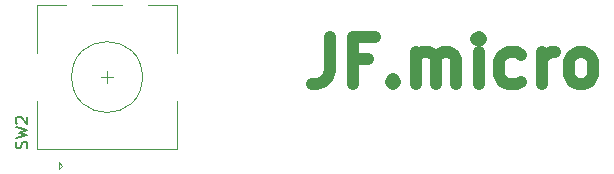
<source format=gbr>
%TF.GenerationSoftware,KiCad,Pcbnew,(5.1.8)-1*%
%TF.CreationDate,2020-11-20T23:41:01-06:00*%
%TF.ProjectId,testpcb,74657374-7063-4622-9e6b-696361645f70,0*%
%TF.SameCoordinates,Original*%
%TF.FileFunction,Legend,Top*%
%TF.FilePolarity,Positive*%
%FSLAX46Y46*%
G04 Gerber Fmt 4.6, Leading zero omitted, Abs format (unit mm)*
G04 Created by KiCad (PCBNEW (5.1.8)-1) date 2020-11-20 23:41:01*
%MOMM*%
%LPD*%
G01*
G04 APERTURE LIST*
%ADD10C,1.000000*%
%ADD11C,0.120000*%
%ADD12C,0.150000*%
G04 APERTURE END LIST*
D10*
X75248809Y-68802523D02*
X75248809Y-71659666D01*
X75058333Y-72231095D01*
X74677380Y-72612047D01*
X74105952Y-72802523D01*
X73725000Y-72802523D01*
X78486904Y-70707285D02*
X77153571Y-70707285D01*
X77153571Y-72802523D02*
X77153571Y-68802523D01*
X79058333Y-68802523D01*
X80582142Y-72421571D02*
X80772619Y-72612047D01*
X80582142Y-72802523D01*
X80391666Y-72612047D01*
X80582142Y-72421571D01*
X80582142Y-72802523D01*
X82486904Y-72802523D02*
X82486904Y-70135857D01*
X82486904Y-70516809D02*
X82677380Y-70326333D01*
X83058333Y-70135857D01*
X83629761Y-70135857D01*
X84010714Y-70326333D01*
X84201190Y-70707285D01*
X84201190Y-72802523D01*
X84201190Y-70707285D02*
X84391666Y-70326333D01*
X84772619Y-70135857D01*
X85344047Y-70135857D01*
X85725000Y-70326333D01*
X85915476Y-70707285D01*
X85915476Y-72802523D01*
X87820238Y-72802523D02*
X87820238Y-70135857D01*
X87820238Y-68802523D02*
X87629761Y-68993000D01*
X87820238Y-69183476D01*
X88010714Y-68993000D01*
X87820238Y-68802523D01*
X87820238Y-69183476D01*
X91439285Y-72612047D02*
X91058333Y-72802523D01*
X90296428Y-72802523D01*
X89915476Y-72612047D01*
X89725000Y-72421571D01*
X89534523Y-72040619D01*
X89534523Y-70897761D01*
X89725000Y-70516809D01*
X89915476Y-70326333D01*
X90296428Y-70135857D01*
X91058333Y-70135857D01*
X91439285Y-70326333D01*
X93153571Y-72802523D02*
X93153571Y-70135857D01*
X93153571Y-70897761D02*
X93344047Y-70516809D01*
X93534523Y-70326333D01*
X93915476Y-70135857D01*
X94296428Y-70135857D01*
X96201190Y-72802523D02*
X95820238Y-72612047D01*
X95629761Y-72421571D01*
X95439285Y-72040619D01*
X95439285Y-70897761D01*
X95629761Y-70516809D01*
X95820238Y-70326333D01*
X96201190Y-70135857D01*
X96772619Y-70135857D01*
X97153571Y-70326333D01*
X97344047Y-70516809D01*
X97534523Y-70897761D01*
X97534523Y-72040619D01*
X97344047Y-72421571D01*
X97153571Y-72612047D01*
X96772619Y-72802523D01*
X96201190Y-72802523D01*
D11*
%TO.C,SW2*%
X56356250Y-72731250D02*
X56356250Y-71731250D01*
X55856250Y-72231250D02*
X56856250Y-72231250D01*
X59856250Y-66131250D02*
X62256250Y-66131250D01*
X55056250Y-66131250D02*
X57656250Y-66131250D01*
X50456250Y-66131250D02*
X52856250Y-66131250D01*
X52256250Y-79431250D02*
X52556250Y-79731250D01*
X52256250Y-80031250D02*
X52256250Y-79431250D01*
X52556250Y-79731250D02*
X52256250Y-80031250D01*
X50456250Y-78331250D02*
X62256250Y-78331250D01*
X50456250Y-74231250D02*
X50456250Y-78331250D01*
X62256250Y-74231250D02*
X62256250Y-78331250D01*
X62256250Y-66131250D02*
X62256250Y-70231250D01*
X50456250Y-70231250D02*
X50456250Y-66131250D01*
X59356250Y-72231250D02*
G75*
G03*
X59356250Y-72231250I-3000000J0D01*
G01*
D12*
X49561011Y-78264583D02*
X49608630Y-78121726D01*
X49608630Y-77883630D01*
X49561011Y-77788392D01*
X49513392Y-77740773D01*
X49418154Y-77693154D01*
X49322916Y-77693154D01*
X49227678Y-77740773D01*
X49180059Y-77788392D01*
X49132440Y-77883630D01*
X49084821Y-78074107D01*
X49037202Y-78169345D01*
X48989583Y-78216964D01*
X48894345Y-78264583D01*
X48799107Y-78264583D01*
X48703869Y-78216964D01*
X48656250Y-78169345D01*
X48608630Y-78074107D01*
X48608630Y-77836011D01*
X48656250Y-77693154D01*
X48608630Y-77359821D02*
X49608630Y-77121726D01*
X48894345Y-76931250D01*
X49608630Y-76740773D01*
X48608630Y-76502678D01*
X48703869Y-76169345D02*
X48656250Y-76121726D01*
X48608630Y-76026488D01*
X48608630Y-75788392D01*
X48656250Y-75693154D01*
X48703869Y-75645535D01*
X48799107Y-75597916D01*
X48894345Y-75597916D01*
X49037202Y-75645535D01*
X49608630Y-76216964D01*
X49608630Y-75597916D01*
%TD*%
M02*

</source>
